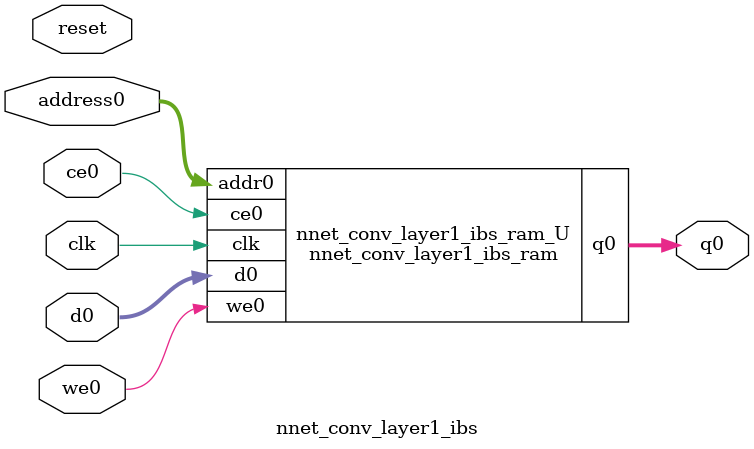
<source format=v>

`timescale 1 ns / 1 ps
module nnet_conv_layer1_ibs_ram (addr0, ce0, d0, we0, q0,  clk);

parameter DWIDTH = 32;
parameter AWIDTH = 13;
parameter MEM_SIZE = 6728;

input[AWIDTH-1:0] addr0;
input ce0;
input[DWIDTH-1:0] d0;
input we0;
output reg[DWIDTH-1:0] q0;
input clk;

(* ram_style = "block" *)reg [DWIDTH-1:0] ram[0:MEM_SIZE-1];




always @(posedge clk)  
begin 
    if (ce0) 
    begin
        if (we0) 
        begin 
            ram[addr0] <= d0; 
            q0 <= d0;
        end 
        else 
            q0 <= ram[addr0];
    end
end


endmodule


`timescale 1 ns / 1 ps
module nnet_conv_layer1_ibs(
    reset,
    clk,
    address0,
    ce0,
    we0,
    d0,
    q0);

parameter DataWidth = 32'd32;
parameter AddressRange = 32'd6728;
parameter AddressWidth = 32'd13;
input reset;
input clk;
input[AddressWidth - 1:0] address0;
input ce0;
input we0;
input[DataWidth - 1:0] d0;
output[DataWidth - 1:0] q0;



nnet_conv_layer1_ibs_ram nnet_conv_layer1_ibs_ram_U(
    .clk( clk ),
    .addr0( address0 ),
    .ce0( ce0 ),
    .d0( d0 ),
    .we0( we0 ),
    .q0( q0 ));

endmodule


</source>
